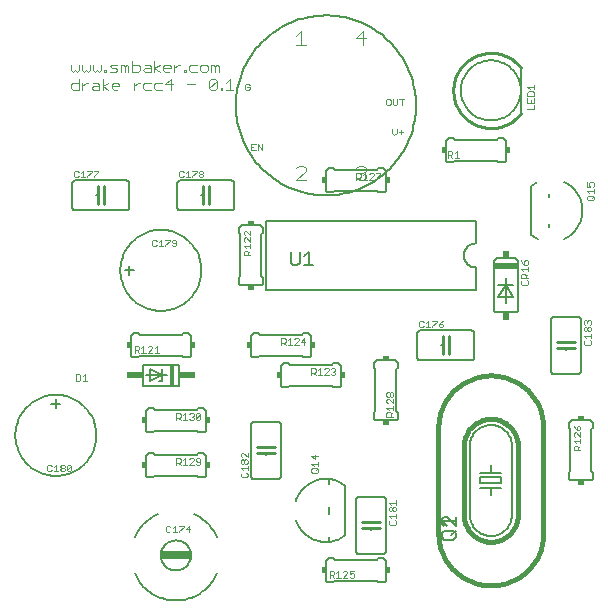
<source format=gto>
G75*
%MOIN*%
%OFA0B0*%
%FSLAX24Y24*%
%IPPOS*%
%LPD*%
%AMOC8*
5,1,8,0,0,1.08239X$1,22.5*
%
%ADD10C,0.0020*%
%ADD11C,0.0030*%
%ADD12C,0.0060*%
%ADD13R,0.1000X0.0200*%
%ADD14C,0.0100*%
%ADD15R,0.0800X0.0200*%
%ADD16R,0.0200X0.0250*%
%ADD17R,0.0150X0.0700*%
%ADD18R,0.0550X0.0200*%
%ADD19C,0.0050*%
%ADD20R,0.0200X0.0150*%
%ADD21R,0.0150X0.0200*%
%ADD22C,0.0040*%
%ADD23C,0.0160*%
%ADD24C,0.0080*%
D10*
X002427Y004990D02*
X002500Y004990D01*
X002537Y005027D01*
X002611Y004990D02*
X002758Y004990D01*
X002684Y004990D02*
X002684Y005210D01*
X002611Y005137D01*
X002537Y005173D02*
X002500Y005210D01*
X002427Y005210D01*
X002390Y005173D01*
X002390Y005027D01*
X002427Y004990D01*
X002832Y005027D02*
X002869Y004990D01*
X002942Y004990D01*
X002979Y005027D01*
X002979Y005063D01*
X002942Y005100D01*
X002869Y005100D01*
X002832Y005137D01*
X002832Y005173D01*
X002869Y005210D01*
X002942Y005210D01*
X002979Y005173D01*
X002979Y005137D01*
X002942Y005100D01*
X002869Y005100D02*
X002832Y005063D01*
X002832Y005027D01*
X003053Y005027D02*
X003090Y004990D01*
X003163Y004990D01*
X003200Y005027D01*
X003200Y005173D01*
X003053Y005027D01*
X003053Y005173D01*
X003090Y005210D01*
X003163Y005210D01*
X003200Y005173D01*
X003348Y008000D02*
X003458Y008000D01*
X003495Y008037D01*
X003495Y008183D01*
X003458Y008220D01*
X003348Y008220D01*
X003348Y008000D01*
X003569Y008000D02*
X003716Y008000D01*
X003642Y008000D02*
X003642Y008220D01*
X003569Y008147D01*
X005306Y008940D02*
X005306Y009160D01*
X005416Y009160D01*
X005453Y009123D01*
X005453Y009050D01*
X005416Y009013D01*
X005306Y009013D01*
X005379Y009013D02*
X005453Y008940D01*
X005527Y008940D02*
X005674Y008940D01*
X005600Y008940D02*
X005600Y009160D01*
X005527Y009087D01*
X005748Y009123D02*
X005785Y009160D01*
X005858Y009160D01*
X005895Y009123D01*
X005895Y009087D01*
X005748Y008940D01*
X005895Y008940D01*
X005969Y008940D02*
X006116Y008940D01*
X006042Y008940D02*
X006042Y009160D01*
X005969Y009087D01*
X006690Y006920D02*
X006800Y006920D01*
X006837Y006883D01*
X006837Y006810D01*
X006800Y006773D01*
X006690Y006773D01*
X006690Y006700D02*
X006690Y006920D01*
X006763Y006773D02*
X006837Y006700D01*
X006911Y006700D02*
X007058Y006700D01*
X006984Y006700D02*
X006984Y006920D01*
X006911Y006847D01*
X007132Y006883D02*
X007169Y006920D01*
X007242Y006920D01*
X007279Y006883D01*
X007279Y006847D01*
X007242Y006810D01*
X007279Y006773D01*
X007279Y006737D01*
X007242Y006700D01*
X007169Y006700D01*
X007132Y006737D01*
X007205Y006810D02*
X007242Y006810D01*
X007353Y006737D02*
X007500Y006883D01*
X007500Y006737D01*
X007463Y006700D01*
X007390Y006700D01*
X007353Y006737D01*
X007353Y006883D01*
X007390Y006920D01*
X007463Y006920D01*
X007500Y006883D01*
X008850Y005563D02*
X008850Y005490D01*
X008887Y005453D01*
X008887Y005379D02*
X008850Y005342D01*
X008850Y005269D01*
X008887Y005232D01*
X008923Y005232D01*
X008960Y005269D01*
X008960Y005342D01*
X008997Y005379D01*
X009033Y005379D01*
X009070Y005342D01*
X009070Y005269D01*
X009033Y005232D01*
X008997Y005232D01*
X008960Y005269D01*
X008960Y005342D02*
X008923Y005379D01*
X008887Y005379D01*
X008850Y005563D02*
X008887Y005600D01*
X008923Y005600D01*
X009070Y005453D01*
X009070Y005600D01*
X009070Y005158D02*
X009070Y005011D01*
X009070Y005084D02*
X008850Y005084D01*
X008923Y005011D01*
X008887Y004937D02*
X008850Y004900D01*
X008850Y004827D01*
X008887Y004790D01*
X009033Y004790D01*
X009070Y004827D01*
X009070Y004900D01*
X009033Y004937D01*
X007500Y005237D02*
X007500Y005383D01*
X007463Y005420D01*
X007390Y005420D01*
X007353Y005383D01*
X007353Y005347D01*
X007390Y005310D01*
X007500Y005310D01*
X007500Y005237D02*
X007463Y005200D01*
X007390Y005200D01*
X007353Y005237D01*
X007279Y005200D02*
X007132Y005200D01*
X007279Y005347D01*
X007279Y005383D01*
X007242Y005420D01*
X007169Y005420D01*
X007132Y005383D01*
X006984Y005420D02*
X006984Y005200D01*
X006911Y005200D02*
X007058Y005200D01*
X006911Y005347D02*
X006984Y005420D01*
X006837Y005383D02*
X006837Y005310D01*
X006800Y005273D01*
X006690Y005273D01*
X006690Y005200D02*
X006690Y005420D01*
X006800Y005420D01*
X006837Y005383D01*
X006763Y005273D02*
X006837Y005200D01*
X006791Y003169D02*
X006938Y003169D01*
X006938Y003133D01*
X006791Y002986D01*
X006791Y002949D01*
X006717Y002949D02*
X006570Y002949D01*
X006644Y002949D02*
X006644Y003169D01*
X006570Y003096D01*
X006496Y003133D02*
X006459Y003169D01*
X006386Y003169D01*
X006349Y003133D01*
X006349Y002986D01*
X006386Y002949D01*
X006459Y002949D01*
X006496Y002986D01*
X007012Y003059D02*
X007159Y003059D01*
X007122Y002949D02*
X007122Y003169D01*
X007012Y003059D01*
X011200Y004977D02*
X011200Y005050D01*
X011237Y005087D01*
X011383Y005087D01*
X011420Y005050D01*
X011420Y004977D01*
X011383Y004940D01*
X011237Y004940D01*
X011200Y004977D01*
X011347Y005013D02*
X011420Y005087D01*
X011420Y005161D02*
X011420Y005308D01*
X011420Y005234D02*
X011200Y005234D01*
X011273Y005161D01*
X011310Y005382D02*
X011310Y005529D01*
X011420Y005492D02*
X011200Y005492D01*
X011310Y005382D01*
X013700Y006806D02*
X013700Y006916D01*
X013737Y006953D01*
X013810Y006953D01*
X013847Y006916D01*
X013847Y006806D01*
X013920Y006806D02*
X013700Y006806D01*
X013847Y006879D02*
X013920Y006953D01*
X013920Y007027D02*
X013920Y007174D01*
X013920Y007100D02*
X013700Y007100D01*
X013773Y007027D01*
X013737Y007248D02*
X013700Y007285D01*
X013700Y007358D01*
X013737Y007395D01*
X013773Y007395D01*
X013920Y007248D01*
X013920Y007395D01*
X013883Y007469D02*
X013847Y007469D01*
X013810Y007506D01*
X013810Y007579D01*
X013847Y007616D01*
X013883Y007616D01*
X013920Y007579D01*
X013920Y007506D01*
X013883Y007469D01*
X013810Y007506D02*
X013773Y007469D01*
X013737Y007469D01*
X013700Y007506D01*
X013700Y007579D01*
X013737Y007616D01*
X013773Y007616D01*
X013810Y007579D01*
X012000Y008237D02*
X011963Y008200D01*
X011890Y008200D01*
X011853Y008237D01*
X011779Y008200D02*
X011632Y008200D01*
X011779Y008347D01*
X011779Y008383D01*
X011742Y008420D01*
X011669Y008420D01*
X011632Y008383D01*
X011484Y008420D02*
X011484Y008200D01*
X011411Y008200D02*
X011558Y008200D01*
X011411Y008347D02*
X011484Y008420D01*
X011337Y008383D02*
X011337Y008310D01*
X011300Y008273D01*
X011190Y008273D01*
X011190Y008200D02*
X011190Y008420D01*
X011300Y008420D01*
X011337Y008383D01*
X011263Y008273D02*
X011337Y008200D01*
X011853Y008383D02*
X011890Y008420D01*
X011963Y008420D01*
X012000Y008383D01*
X012000Y008347D01*
X011963Y008310D01*
X012000Y008273D01*
X012000Y008237D01*
X011963Y008310D02*
X011926Y008310D01*
X010963Y009200D02*
X010963Y009420D01*
X010853Y009310D01*
X011000Y009310D01*
X010779Y009347D02*
X010779Y009383D01*
X010742Y009420D01*
X010669Y009420D01*
X010632Y009383D01*
X010779Y009347D02*
X010632Y009200D01*
X010779Y009200D01*
X010558Y009200D02*
X010411Y009200D01*
X010484Y009200D02*
X010484Y009420D01*
X010411Y009347D01*
X010337Y009383D02*
X010337Y009310D01*
X010300Y009273D01*
X010190Y009273D01*
X010190Y009200D02*
X010190Y009420D01*
X010300Y009420D01*
X010337Y009383D01*
X010263Y009273D02*
X010337Y009200D01*
X009160Y012190D02*
X008940Y012190D01*
X008940Y012300D01*
X008977Y012337D01*
X009050Y012337D01*
X009087Y012300D01*
X009087Y012190D01*
X009087Y012263D02*
X009160Y012337D01*
X009160Y012411D02*
X009160Y012558D01*
X009160Y012484D02*
X008940Y012484D01*
X009013Y012411D01*
X008977Y012632D02*
X008940Y012669D01*
X008940Y012742D01*
X008977Y012779D01*
X009013Y012779D01*
X009160Y012632D01*
X009160Y012779D01*
X009160Y012853D02*
X009013Y013000D01*
X008977Y013000D01*
X008940Y012963D01*
X008940Y012890D01*
X008977Y012853D01*
X009160Y012853D02*
X009160Y013000D01*
X007563Y014790D02*
X007490Y014790D01*
X007453Y014827D01*
X007453Y014863D01*
X007490Y014900D01*
X007563Y014900D01*
X007600Y014863D01*
X007600Y014827D01*
X007563Y014790D01*
X007563Y014900D02*
X007600Y014937D01*
X007600Y014973D01*
X007563Y015010D01*
X007490Y015010D01*
X007453Y014973D01*
X007453Y014937D01*
X007490Y014900D01*
X007379Y014973D02*
X007232Y014827D01*
X007232Y014790D01*
X007158Y014790D02*
X007011Y014790D01*
X007084Y014790D02*
X007084Y015010D01*
X007011Y014937D01*
X006937Y014973D02*
X006900Y015010D01*
X006827Y015010D01*
X006790Y014973D01*
X006790Y014827D01*
X006827Y014790D01*
X006900Y014790D01*
X006937Y014827D01*
X007232Y015010D02*
X007379Y015010D01*
X007379Y014973D01*
X009190Y015690D02*
X009337Y015690D01*
X009411Y015690D02*
X009411Y015910D01*
X009558Y015690D01*
X009558Y015910D01*
X009337Y015910D02*
X009190Y015910D01*
X009190Y015690D01*
X009190Y015800D02*
X009263Y015800D01*
X009100Y017690D02*
X009137Y017727D01*
X009137Y017800D01*
X009063Y017800D01*
X008990Y017873D02*
X008990Y017727D01*
X009027Y017690D01*
X009100Y017690D01*
X009137Y017873D02*
X009100Y017910D01*
X009027Y017910D01*
X008990Y017873D01*
X012690Y014920D02*
X012690Y014700D01*
X012690Y014773D02*
X012800Y014773D01*
X012837Y014810D01*
X012837Y014883D01*
X012800Y014920D01*
X012690Y014920D01*
X012763Y014773D02*
X012837Y014700D01*
X012911Y014700D02*
X013058Y014700D01*
X012984Y014700D02*
X012984Y014920D01*
X012911Y014847D01*
X013132Y014883D02*
X013169Y014920D01*
X013242Y014920D01*
X013279Y014883D01*
X013279Y014847D01*
X013132Y014700D01*
X013279Y014700D01*
X013353Y014700D02*
X013353Y014737D01*
X013500Y014883D01*
X013500Y014920D01*
X013353Y014920D01*
X013963Y016190D02*
X014037Y016263D01*
X014037Y016410D01*
X014111Y016300D02*
X014258Y016300D01*
X014184Y016373D02*
X014184Y016227D01*
X013963Y016190D02*
X013890Y016263D01*
X013890Y016410D01*
X013948Y017190D02*
X014021Y017190D01*
X014058Y017227D01*
X014058Y017410D01*
X014132Y017410D02*
X014279Y017410D01*
X014205Y017410D02*
X014205Y017190D01*
X013948Y017190D02*
X013911Y017227D01*
X013911Y017410D01*
X013837Y017373D02*
X013800Y017410D01*
X013727Y017410D01*
X013690Y017373D01*
X013690Y017227D01*
X013727Y017190D01*
X013800Y017190D01*
X013837Y017227D01*
X013837Y017373D01*
X015748Y015660D02*
X015858Y015660D01*
X015895Y015623D01*
X015895Y015550D01*
X015858Y015513D01*
X015748Y015513D01*
X015748Y015440D02*
X015748Y015660D01*
X015821Y015513D02*
X015895Y015440D01*
X015969Y015440D02*
X016116Y015440D01*
X016042Y015440D02*
X016042Y015660D01*
X015969Y015587D01*
X018400Y017056D02*
X018620Y017056D01*
X018620Y017203D01*
X018620Y017277D02*
X018620Y017424D01*
X018620Y017498D02*
X018620Y017608D01*
X018583Y017645D01*
X018437Y017645D01*
X018400Y017608D01*
X018400Y017498D01*
X018620Y017498D01*
X018510Y017350D02*
X018510Y017277D01*
X018400Y017277D02*
X018620Y017277D01*
X018400Y017277D02*
X018400Y017424D01*
X018473Y017719D02*
X018400Y017792D01*
X018620Y017792D01*
X018620Y017719D02*
X018620Y017866D01*
X020390Y014616D02*
X020390Y014469D01*
X020500Y014469D01*
X020463Y014542D01*
X020463Y014579D01*
X020500Y014616D01*
X020573Y014616D01*
X020610Y014579D01*
X020610Y014506D01*
X020573Y014469D01*
X020610Y014395D02*
X020610Y014248D01*
X020610Y014321D02*
X020390Y014321D01*
X020463Y014248D01*
X020427Y014174D02*
X020573Y014174D01*
X020610Y014137D01*
X020610Y014064D01*
X020573Y014027D01*
X020427Y014027D01*
X020390Y014064D01*
X020390Y014137D01*
X020427Y014174D01*
X020537Y014100D02*
X020610Y014174D01*
X018410Y011979D02*
X018373Y012016D01*
X018337Y012016D01*
X018300Y011979D01*
X018300Y011869D01*
X018373Y011869D01*
X018410Y011906D01*
X018410Y011979D01*
X018300Y011869D02*
X018227Y011942D01*
X018190Y012016D01*
X018190Y011721D02*
X018410Y011721D01*
X018410Y011648D02*
X018410Y011795D01*
X018263Y011648D02*
X018190Y011721D01*
X018227Y011574D02*
X018190Y011537D01*
X018190Y011427D01*
X018410Y011427D01*
X018337Y011427D02*
X018337Y011537D01*
X018300Y011574D01*
X018227Y011574D01*
X018337Y011500D02*
X018410Y011574D01*
X018373Y011353D02*
X018410Y011316D01*
X018410Y011243D01*
X018373Y011206D01*
X018227Y011206D01*
X018190Y011243D01*
X018190Y011316D01*
X018227Y011353D01*
X020290Y009979D02*
X020327Y010016D01*
X020363Y010016D01*
X020400Y009979D01*
X020437Y010016D01*
X020473Y010016D01*
X020510Y009979D01*
X020510Y009906D01*
X020473Y009869D01*
X020473Y009795D02*
X020510Y009758D01*
X020510Y009685D01*
X020473Y009648D01*
X020437Y009648D01*
X020400Y009685D01*
X020400Y009758D01*
X020437Y009795D01*
X020473Y009795D01*
X020400Y009758D02*
X020363Y009795D01*
X020327Y009795D01*
X020290Y009758D01*
X020290Y009685D01*
X020327Y009648D01*
X020363Y009648D01*
X020400Y009685D01*
X020510Y009574D02*
X020510Y009427D01*
X020510Y009500D02*
X020290Y009500D01*
X020363Y009427D01*
X020327Y009353D02*
X020290Y009316D01*
X020290Y009243D01*
X020327Y009206D01*
X020473Y009206D01*
X020510Y009243D01*
X020510Y009316D01*
X020473Y009353D01*
X020327Y009869D02*
X020290Y009906D01*
X020290Y009979D01*
X020400Y009979D02*
X020400Y009942D01*
X020123Y006500D02*
X020087Y006500D01*
X020050Y006463D01*
X020050Y006353D01*
X020123Y006353D01*
X020160Y006390D01*
X020160Y006463D01*
X020123Y006500D01*
X019977Y006426D02*
X020050Y006353D01*
X020013Y006279D02*
X019977Y006279D01*
X019940Y006242D01*
X019940Y006169D01*
X019977Y006132D01*
X020013Y006279D02*
X020160Y006132D01*
X020160Y006279D01*
X020160Y006058D02*
X020160Y005911D01*
X020160Y005984D02*
X019940Y005984D01*
X020013Y005911D01*
X019977Y005837D02*
X020050Y005837D01*
X020087Y005800D01*
X020087Y005690D01*
X020160Y005690D02*
X019940Y005690D01*
X019940Y005800D01*
X019977Y005837D01*
X020087Y005763D02*
X020160Y005837D01*
X019977Y006426D02*
X019940Y006500D01*
X015600Y009827D02*
X015563Y009790D01*
X015490Y009790D01*
X015453Y009827D01*
X015453Y009900D01*
X015563Y009900D01*
X015600Y009863D01*
X015600Y009827D01*
X015526Y009973D02*
X015453Y009900D01*
X015526Y009973D02*
X015600Y010010D01*
X015379Y010010D02*
X015379Y009973D01*
X015232Y009827D01*
X015232Y009790D01*
X015158Y009790D02*
X015011Y009790D01*
X015084Y009790D02*
X015084Y010010D01*
X015011Y009937D01*
X014937Y009973D02*
X014900Y010010D01*
X014827Y010010D01*
X014790Y009973D01*
X014790Y009827D01*
X014827Y009790D01*
X014900Y009790D01*
X014937Y009827D01*
X015232Y010010D02*
X015379Y010010D01*
X014010Y004016D02*
X014010Y003869D01*
X014010Y003942D02*
X013790Y003942D01*
X013863Y003869D01*
X013863Y003795D02*
X013900Y003758D01*
X013900Y003685D01*
X013863Y003648D01*
X013827Y003648D01*
X013790Y003685D01*
X013790Y003758D01*
X013827Y003795D01*
X013863Y003795D01*
X013900Y003758D02*
X013937Y003795D01*
X013973Y003795D01*
X014010Y003758D01*
X014010Y003685D01*
X013973Y003648D01*
X013937Y003648D01*
X013900Y003685D01*
X014010Y003574D02*
X014010Y003427D01*
X014010Y003500D02*
X013790Y003500D01*
X013863Y003427D01*
X013827Y003353D02*
X013790Y003316D01*
X013790Y003243D01*
X013827Y003206D01*
X013973Y003206D01*
X014010Y003243D01*
X014010Y003316D01*
X013973Y003353D01*
X012616Y001660D02*
X012469Y001660D01*
X012469Y001550D01*
X012542Y001587D01*
X012579Y001587D01*
X012616Y001550D01*
X012616Y001477D01*
X012579Y001440D01*
X012506Y001440D01*
X012469Y001477D01*
X012395Y001440D02*
X012248Y001440D01*
X012395Y001587D01*
X012395Y001623D01*
X012358Y001660D01*
X012285Y001660D01*
X012248Y001623D01*
X012100Y001660D02*
X012100Y001440D01*
X012027Y001440D02*
X012174Y001440D01*
X012027Y001587D02*
X012100Y001660D01*
X011953Y001623D02*
X011953Y001550D01*
X011916Y001513D01*
X011806Y001513D01*
X011806Y001440D02*
X011806Y001660D01*
X011916Y001660D01*
X011953Y001623D01*
X011879Y001513D02*
X011953Y001440D01*
X006663Y012490D02*
X006700Y012527D01*
X006700Y012673D01*
X006663Y012710D01*
X006590Y012710D01*
X006553Y012673D01*
X006553Y012637D01*
X006590Y012600D01*
X006700Y012600D01*
X006663Y012490D02*
X006590Y012490D01*
X006553Y012527D01*
X006479Y012673D02*
X006332Y012527D01*
X006332Y012490D01*
X006258Y012490D02*
X006111Y012490D01*
X006184Y012490D02*
X006184Y012710D01*
X006111Y012637D01*
X006037Y012673D02*
X006000Y012710D01*
X005927Y012710D01*
X005890Y012673D01*
X005890Y012527D01*
X005927Y012490D01*
X006000Y012490D01*
X006037Y012527D01*
X006332Y012710D02*
X006479Y012710D01*
X006479Y012673D01*
X003953Y014790D02*
X003953Y014827D01*
X004100Y014973D01*
X004100Y015010D01*
X003953Y015010D01*
X003879Y015010D02*
X003879Y014973D01*
X003732Y014827D01*
X003732Y014790D01*
X003658Y014790D02*
X003511Y014790D01*
X003584Y014790D02*
X003584Y015010D01*
X003511Y014937D01*
X003437Y014973D02*
X003400Y015010D01*
X003327Y015010D01*
X003290Y014973D01*
X003290Y014827D01*
X003327Y014790D01*
X003400Y014790D01*
X003437Y014827D01*
X003732Y015010D02*
X003879Y015010D01*
D11*
X003932Y017695D02*
X003870Y017757D01*
X003932Y017818D01*
X004117Y017818D01*
X004117Y017880D02*
X004117Y017695D01*
X003932Y017695D01*
X004117Y017880D02*
X004055Y017942D01*
X003932Y017942D01*
X003748Y017942D02*
X003687Y017942D01*
X003563Y017818D01*
X003563Y017695D02*
X003563Y017942D01*
X003442Y017942D02*
X003257Y017942D01*
X003195Y017880D01*
X003195Y017757D01*
X003257Y017695D01*
X003442Y017695D01*
X003442Y018065D01*
X003380Y018295D02*
X003442Y018357D01*
X003442Y018542D01*
X003563Y018542D02*
X003563Y018357D01*
X003625Y018295D01*
X003687Y018357D01*
X003748Y018295D01*
X003810Y018357D01*
X003810Y018542D01*
X003932Y018542D02*
X003932Y018357D01*
X003993Y018295D01*
X004055Y018357D01*
X004117Y018295D01*
X004179Y018357D01*
X004179Y018542D01*
X004300Y018357D02*
X004362Y018357D01*
X004362Y018295D01*
X004300Y018295D01*
X004300Y018357D01*
X004484Y018295D02*
X004669Y018295D01*
X004731Y018357D01*
X004669Y018418D01*
X004546Y018418D01*
X004484Y018480D01*
X004546Y018542D01*
X004731Y018542D01*
X004852Y018542D02*
X004914Y018542D01*
X004976Y018480D01*
X005038Y018542D01*
X005099Y018480D01*
X005099Y018295D01*
X005221Y018295D02*
X005406Y018295D01*
X005468Y018357D01*
X005468Y018480D01*
X005406Y018542D01*
X005221Y018542D01*
X005221Y018665D02*
X005221Y018295D01*
X004976Y018295D02*
X004976Y018480D01*
X004852Y018542D02*
X004852Y018295D01*
X004731Y017942D02*
X004607Y017942D01*
X004545Y017880D01*
X004545Y017757D01*
X004607Y017695D01*
X004731Y017695D01*
X004792Y017818D02*
X004545Y017818D01*
X004424Y017695D02*
X004239Y017818D01*
X004424Y017942D01*
X004239Y018065D02*
X004239Y017695D01*
X004731Y017942D02*
X004792Y017880D01*
X004792Y017818D01*
X005282Y017818D02*
X005406Y017942D01*
X005467Y017942D01*
X005589Y017880D02*
X005589Y017757D01*
X005651Y017695D01*
X005836Y017695D01*
X005957Y017757D02*
X006019Y017695D01*
X006204Y017695D01*
X006326Y017880D02*
X006573Y017880D01*
X006511Y017695D02*
X006511Y018065D01*
X006326Y017880D01*
X006204Y017942D02*
X006019Y017942D01*
X005957Y017880D01*
X005957Y017757D01*
X005836Y017942D02*
X005651Y017942D01*
X005589Y017880D01*
X005282Y017942D02*
X005282Y017695D01*
X005651Y018295D02*
X005589Y018357D01*
X005651Y018418D01*
X005836Y018418D01*
X005836Y018480D02*
X005836Y018295D01*
X005651Y018295D01*
X005651Y018542D02*
X005774Y018542D01*
X005836Y018480D01*
X005957Y018418D02*
X006143Y018542D01*
X006264Y018480D02*
X006326Y018542D01*
X006449Y018542D01*
X006511Y018480D01*
X006511Y018418D01*
X006264Y018418D01*
X006264Y018357D02*
X006264Y018480D01*
X006264Y018357D02*
X006326Y018295D01*
X006449Y018295D01*
X006633Y018295D02*
X006633Y018542D01*
X006756Y018542D02*
X006818Y018542D01*
X006756Y018542D02*
X006633Y018418D01*
X006940Y018357D02*
X007001Y018357D01*
X007001Y018295D01*
X006940Y018295D01*
X006940Y018357D01*
X007124Y018357D02*
X007185Y018295D01*
X007371Y018295D01*
X007492Y018357D02*
X007492Y018480D01*
X007554Y018542D01*
X007677Y018542D01*
X007739Y018480D01*
X007739Y018357D01*
X007677Y018295D01*
X007554Y018295D01*
X007492Y018357D01*
X007371Y018542D02*
X007185Y018542D01*
X007124Y018480D01*
X007124Y018357D01*
X007062Y017880D02*
X007309Y017880D01*
X007799Y017757D02*
X007861Y017695D01*
X007984Y017695D01*
X008046Y017757D01*
X008046Y018004D01*
X007799Y017757D01*
X007799Y018004D01*
X007861Y018065D01*
X007984Y018065D01*
X008046Y018004D01*
X008167Y017757D02*
X008229Y017757D01*
X008229Y017695D01*
X008167Y017695D01*
X008167Y017757D01*
X008351Y017695D02*
X008598Y017695D01*
X008475Y017695D02*
X008475Y018065D01*
X008351Y017942D01*
X008107Y018295D02*
X008107Y018480D01*
X008045Y018542D01*
X007984Y018480D01*
X007984Y018295D01*
X007860Y018295D02*
X007860Y018542D01*
X007922Y018542D01*
X007984Y018480D01*
X006143Y018295D02*
X005957Y018418D01*
X005957Y018295D02*
X005957Y018665D01*
X003380Y018295D02*
X003318Y018357D01*
X003257Y018295D01*
X003195Y018357D01*
X003195Y018542D01*
D12*
X003330Y014680D02*
X005030Y014680D01*
X005047Y014678D01*
X005064Y014674D01*
X005080Y014667D01*
X005094Y014657D01*
X005107Y014644D01*
X005117Y014630D01*
X005124Y014614D01*
X005128Y014597D01*
X005130Y014580D01*
X005130Y013780D01*
X005128Y013763D01*
X005124Y013746D01*
X005117Y013730D01*
X005107Y013716D01*
X005094Y013703D01*
X005080Y013693D01*
X005064Y013686D01*
X005047Y013682D01*
X005030Y013680D01*
X003330Y013680D01*
X003313Y013682D01*
X003296Y013686D01*
X003280Y013693D01*
X003266Y013703D01*
X003253Y013716D01*
X003243Y013730D01*
X003236Y013746D01*
X003232Y013763D01*
X003230Y013780D01*
X003230Y014580D01*
X003232Y014597D01*
X003236Y014614D01*
X003243Y014630D01*
X003253Y014644D01*
X003266Y014657D01*
X003280Y014667D01*
X003296Y014674D01*
X003313Y014678D01*
X003330Y014680D01*
X004030Y014180D02*
X004080Y014180D01*
X004280Y014180D02*
X004330Y014180D01*
X006730Y013780D02*
X006730Y014580D01*
X006732Y014597D01*
X006736Y014614D01*
X006743Y014630D01*
X006753Y014644D01*
X006766Y014657D01*
X006780Y014667D01*
X006796Y014674D01*
X006813Y014678D01*
X006830Y014680D01*
X008530Y014680D01*
X008547Y014678D01*
X008564Y014674D01*
X008580Y014667D01*
X008594Y014657D01*
X008607Y014644D01*
X008617Y014630D01*
X008624Y014614D01*
X008628Y014597D01*
X008630Y014580D01*
X008630Y013780D01*
X008628Y013763D01*
X008624Y013746D01*
X008617Y013730D01*
X008607Y013716D01*
X008594Y013703D01*
X008580Y013693D01*
X008564Y013686D01*
X008547Y013682D01*
X008530Y013680D01*
X006830Y013680D01*
X006813Y013682D01*
X006796Y013686D01*
X006780Y013693D01*
X006766Y013703D01*
X006753Y013716D01*
X006743Y013730D01*
X006736Y013746D01*
X006732Y013763D01*
X006730Y013780D01*
X007530Y014180D02*
X007580Y014180D01*
X007780Y014180D02*
X007830Y014180D01*
X008880Y013180D02*
X009480Y013180D01*
X009497Y013178D01*
X009514Y013174D01*
X009530Y013167D01*
X009544Y013157D01*
X009557Y013144D01*
X009567Y013130D01*
X009574Y013114D01*
X009578Y013097D01*
X009580Y013080D01*
X009580Y012930D01*
X009530Y012880D01*
X009530Y011480D01*
X009580Y011430D01*
X009580Y011280D01*
X009578Y011263D01*
X009574Y011246D01*
X009567Y011230D01*
X009557Y011216D01*
X009544Y011203D01*
X009530Y011193D01*
X009514Y011186D01*
X009497Y011182D01*
X009480Y011180D01*
X008880Y011180D01*
X008863Y011182D01*
X008846Y011186D01*
X008830Y011193D01*
X008816Y011203D01*
X008803Y011216D01*
X008793Y011230D01*
X008786Y011246D01*
X008782Y011263D01*
X008780Y011280D01*
X008780Y011430D01*
X008830Y011480D01*
X008830Y012880D01*
X008780Y012930D01*
X008780Y013080D01*
X008782Y013097D01*
X008786Y013114D01*
X008793Y013130D01*
X008803Y013144D01*
X008816Y013157D01*
X008830Y013167D01*
X008846Y013174D01*
X008863Y013178D01*
X008880Y013180D01*
X009680Y013330D02*
X009680Y011030D01*
X016680Y011030D01*
X016680Y011780D01*
X016641Y011782D01*
X016602Y011788D01*
X016564Y011797D01*
X016527Y011810D01*
X016491Y011827D01*
X016458Y011847D01*
X016426Y011871D01*
X016397Y011897D01*
X016371Y011926D01*
X016347Y011958D01*
X016327Y011991D01*
X016310Y012027D01*
X016297Y012064D01*
X016288Y012102D01*
X016282Y012141D01*
X016280Y012180D01*
X016282Y012219D01*
X016288Y012258D01*
X016297Y012296D01*
X016310Y012333D01*
X016327Y012369D01*
X016347Y012402D01*
X016371Y012434D01*
X016397Y012463D01*
X016426Y012489D01*
X016458Y012513D01*
X016491Y012533D01*
X016527Y012550D01*
X016564Y012563D01*
X016602Y012572D01*
X016641Y012578D01*
X016680Y012580D01*
X016680Y013330D01*
X009680Y013330D01*
X011680Y014380D02*
X011680Y014980D01*
X011682Y014997D01*
X011686Y015014D01*
X011693Y015030D01*
X011703Y015044D01*
X011716Y015057D01*
X011730Y015067D01*
X011746Y015074D01*
X011763Y015078D01*
X011780Y015080D01*
X011930Y015080D01*
X011980Y015030D01*
X013380Y015030D01*
X013430Y015080D01*
X013580Y015080D01*
X013597Y015078D01*
X013614Y015074D01*
X013630Y015067D01*
X013644Y015057D01*
X013657Y015044D01*
X013667Y015030D01*
X013674Y015014D01*
X013678Y014997D01*
X013680Y014980D01*
X013680Y014380D01*
X013678Y014363D01*
X013674Y014346D01*
X013667Y014330D01*
X013657Y014316D01*
X013644Y014303D01*
X013630Y014293D01*
X013614Y014286D01*
X013597Y014282D01*
X013580Y014280D01*
X013430Y014280D01*
X013380Y014330D01*
X011980Y014330D01*
X011930Y014280D01*
X011780Y014280D01*
X011763Y014282D01*
X011746Y014286D01*
X011730Y014293D01*
X011716Y014303D01*
X011703Y014316D01*
X011693Y014330D01*
X011686Y014346D01*
X011682Y014363D01*
X011680Y014380D01*
X015680Y015380D02*
X015680Y015980D01*
X015682Y015997D01*
X015686Y016014D01*
X015693Y016030D01*
X015703Y016044D01*
X015716Y016057D01*
X015730Y016067D01*
X015746Y016074D01*
X015763Y016078D01*
X015780Y016080D01*
X015930Y016080D01*
X015980Y016030D01*
X017380Y016030D01*
X017430Y016080D01*
X017580Y016080D01*
X017597Y016078D01*
X017614Y016074D01*
X017630Y016067D01*
X017644Y016057D01*
X017657Y016044D01*
X017667Y016030D01*
X017674Y016014D01*
X017678Y015997D01*
X017680Y015980D01*
X017680Y015380D01*
X017678Y015363D01*
X017674Y015346D01*
X017667Y015330D01*
X017657Y015316D01*
X017644Y015303D01*
X017630Y015293D01*
X017614Y015286D01*
X017597Y015282D01*
X017580Y015280D01*
X017430Y015280D01*
X017380Y015330D01*
X015980Y015330D01*
X015930Y015280D01*
X015780Y015280D01*
X015763Y015282D01*
X015746Y015286D01*
X015730Y015293D01*
X015716Y015303D01*
X015703Y015316D01*
X015693Y015330D01*
X015686Y015346D01*
X015682Y015363D01*
X015680Y015380D01*
X016180Y017680D02*
X016182Y017743D01*
X016188Y017805D01*
X016198Y017867D01*
X016211Y017929D01*
X016229Y017989D01*
X016250Y018048D01*
X016275Y018106D01*
X016304Y018162D01*
X016336Y018216D01*
X016371Y018268D01*
X016409Y018317D01*
X016451Y018365D01*
X016495Y018409D01*
X016543Y018451D01*
X016592Y018489D01*
X016644Y018524D01*
X016698Y018556D01*
X016754Y018585D01*
X016812Y018610D01*
X016871Y018631D01*
X016931Y018649D01*
X016993Y018662D01*
X017055Y018672D01*
X017117Y018678D01*
X017180Y018680D01*
X017243Y018678D01*
X017305Y018672D01*
X017367Y018662D01*
X017429Y018649D01*
X017489Y018631D01*
X017548Y018610D01*
X017606Y018585D01*
X017662Y018556D01*
X017716Y018524D01*
X017768Y018489D01*
X017817Y018451D01*
X017865Y018409D01*
X017909Y018365D01*
X017951Y018317D01*
X017989Y018268D01*
X018024Y018216D01*
X018056Y018162D01*
X018085Y018106D01*
X018110Y018048D01*
X018131Y017989D01*
X018149Y017929D01*
X018162Y017867D01*
X018172Y017805D01*
X018178Y017743D01*
X018180Y017680D01*
X018178Y017617D01*
X018172Y017555D01*
X018162Y017493D01*
X018149Y017431D01*
X018131Y017371D01*
X018110Y017312D01*
X018085Y017254D01*
X018056Y017198D01*
X018024Y017144D01*
X017989Y017092D01*
X017951Y017043D01*
X017909Y016995D01*
X017865Y016951D01*
X017817Y016909D01*
X017768Y016871D01*
X017716Y016836D01*
X017662Y016804D01*
X017606Y016775D01*
X017548Y016750D01*
X017489Y016729D01*
X017429Y016711D01*
X017367Y016698D01*
X017305Y016688D01*
X017243Y016682D01*
X017180Y016680D01*
X017117Y016682D01*
X017055Y016688D01*
X016993Y016698D01*
X016931Y016711D01*
X016871Y016729D01*
X016812Y016750D01*
X016754Y016775D01*
X016698Y016804D01*
X016644Y016836D01*
X016592Y016871D01*
X016543Y016909D01*
X016495Y016951D01*
X016451Y016995D01*
X016409Y017043D01*
X016371Y017092D01*
X016336Y017144D01*
X016304Y017198D01*
X016275Y017254D01*
X016250Y017312D01*
X016229Y017371D01*
X016211Y017431D01*
X016198Y017493D01*
X016188Y017555D01*
X016182Y017617D01*
X016180Y017680D01*
X017380Y012080D02*
X017980Y012080D01*
X017997Y012078D01*
X018014Y012074D01*
X018030Y012067D01*
X018044Y012057D01*
X018057Y012044D01*
X018067Y012030D01*
X018074Y012014D01*
X018078Y011997D01*
X018080Y011980D01*
X018080Y010380D01*
X018078Y010363D01*
X018074Y010346D01*
X018067Y010330D01*
X018057Y010316D01*
X018044Y010303D01*
X018030Y010293D01*
X018014Y010286D01*
X017997Y010282D01*
X017980Y010280D01*
X017380Y010280D01*
X017363Y010282D01*
X017346Y010286D01*
X017330Y010293D01*
X017316Y010303D01*
X017303Y010316D01*
X017293Y010330D01*
X017286Y010346D01*
X017282Y010363D01*
X017280Y010380D01*
X017280Y011980D01*
X017282Y011997D01*
X017286Y012014D01*
X017293Y012030D01*
X017303Y012044D01*
X017316Y012057D01*
X017330Y012067D01*
X017346Y012074D01*
X017363Y012078D01*
X017380Y012080D01*
X017680Y011430D02*
X017680Y011180D01*
X017430Y011180D01*
X017680Y011180D02*
X017930Y011180D01*
X017680Y011180D02*
X017930Y010780D01*
X017430Y010780D01*
X017680Y011180D01*
X017680Y010580D01*
X016630Y009580D02*
X016630Y008780D01*
X016628Y008763D01*
X016624Y008746D01*
X016617Y008730D01*
X016607Y008716D01*
X016594Y008703D01*
X016580Y008693D01*
X016564Y008686D01*
X016547Y008682D01*
X016530Y008680D01*
X014830Y008680D01*
X014813Y008682D01*
X014796Y008686D01*
X014780Y008693D01*
X014766Y008703D01*
X014753Y008716D01*
X014743Y008730D01*
X014736Y008746D01*
X014732Y008763D01*
X014730Y008780D01*
X014730Y009580D01*
X014732Y009597D01*
X014736Y009614D01*
X014743Y009630D01*
X014753Y009644D01*
X014766Y009657D01*
X014780Y009667D01*
X014796Y009674D01*
X014813Y009678D01*
X014830Y009680D01*
X016530Y009680D01*
X016547Y009678D01*
X016564Y009674D01*
X016580Y009667D01*
X016594Y009657D01*
X016607Y009644D01*
X016617Y009630D01*
X016624Y009614D01*
X016628Y009597D01*
X016630Y009580D01*
X015830Y009180D02*
X015780Y009180D01*
X015580Y009180D02*
X015530Y009180D01*
X014080Y008580D02*
X014080Y008430D01*
X014030Y008380D01*
X014030Y006980D01*
X014080Y006930D01*
X014080Y006780D01*
X014078Y006763D01*
X014074Y006746D01*
X014067Y006730D01*
X014057Y006716D01*
X014044Y006703D01*
X014030Y006693D01*
X014014Y006686D01*
X013997Y006682D01*
X013980Y006680D01*
X013380Y006680D01*
X013363Y006682D01*
X013346Y006686D01*
X013330Y006693D01*
X013316Y006703D01*
X013303Y006716D01*
X013293Y006730D01*
X013286Y006746D01*
X013282Y006763D01*
X013280Y006780D01*
X013280Y006930D01*
X013330Y006980D01*
X013330Y008380D01*
X013280Y008430D01*
X013280Y008580D01*
X013282Y008597D01*
X013286Y008614D01*
X013293Y008630D01*
X013303Y008644D01*
X013316Y008657D01*
X013330Y008667D01*
X013346Y008674D01*
X013363Y008678D01*
X013380Y008680D01*
X013980Y008680D01*
X013997Y008678D01*
X014014Y008674D01*
X014030Y008667D01*
X014044Y008657D01*
X014057Y008644D01*
X014067Y008630D01*
X014074Y008614D01*
X014078Y008597D01*
X014080Y008580D01*
X012180Y008480D02*
X012180Y007880D01*
X012178Y007863D01*
X012174Y007846D01*
X012167Y007830D01*
X012157Y007816D01*
X012144Y007803D01*
X012130Y007793D01*
X012114Y007786D01*
X012097Y007782D01*
X012080Y007780D01*
X011930Y007780D01*
X011880Y007830D01*
X010480Y007830D01*
X010430Y007780D01*
X010280Y007780D01*
X010263Y007782D01*
X010246Y007786D01*
X010230Y007793D01*
X010216Y007803D01*
X010203Y007816D01*
X010193Y007830D01*
X010186Y007846D01*
X010182Y007863D01*
X010180Y007880D01*
X010180Y008480D01*
X010182Y008497D01*
X010186Y008514D01*
X010193Y008530D01*
X010203Y008544D01*
X010216Y008557D01*
X010230Y008567D01*
X010246Y008574D01*
X010263Y008578D01*
X010280Y008580D01*
X010430Y008580D01*
X010480Y008530D01*
X011880Y008530D01*
X011930Y008580D01*
X012080Y008580D01*
X012097Y008578D01*
X012114Y008574D01*
X012130Y008567D01*
X012144Y008557D01*
X012157Y008544D01*
X012167Y008530D01*
X012174Y008514D01*
X012178Y008497D01*
X012180Y008480D01*
X011180Y008880D02*
X011180Y009480D01*
X011178Y009497D01*
X011174Y009514D01*
X011167Y009530D01*
X011157Y009544D01*
X011144Y009557D01*
X011130Y009567D01*
X011114Y009574D01*
X011097Y009578D01*
X011080Y009580D01*
X010930Y009580D01*
X010880Y009530D01*
X009480Y009530D01*
X009430Y009580D01*
X009280Y009580D01*
X009263Y009578D01*
X009246Y009574D01*
X009230Y009567D01*
X009216Y009557D01*
X009203Y009544D01*
X009193Y009530D01*
X009186Y009514D01*
X009182Y009497D01*
X009180Y009480D01*
X009180Y008880D01*
X009182Y008863D01*
X009186Y008846D01*
X009193Y008830D01*
X009203Y008816D01*
X009216Y008803D01*
X009230Y008793D01*
X009246Y008786D01*
X009263Y008782D01*
X009280Y008780D01*
X009430Y008780D01*
X009480Y008830D01*
X010880Y008830D01*
X010930Y008780D01*
X011080Y008780D01*
X011097Y008782D01*
X011114Y008786D01*
X011130Y008793D01*
X011144Y008803D01*
X011157Y008816D01*
X011167Y008830D01*
X011174Y008846D01*
X011178Y008863D01*
X011180Y008880D01*
X010080Y006630D02*
X009280Y006630D01*
X009263Y006628D01*
X009246Y006624D01*
X009230Y006617D01*
X009216Y006607D01*
X009203Y006594D01*
X009193Y006580D01*
X009186Y006564D01*
X009182Y006547D01*
X009180Y006530D01*
X009180Y004830D01*
X009182Y004813D01*
X009186Y004796D01*
X009193Y004780D01*
X009203Y004766D01*
X009216Y004753D01*
X009230Y004743D01*
X009246Y004736D01*
X009263Y004732D01*
X009280Y004730D01*
X010080Y004730D01*
X010097Y004732D01*
X010114Y004736D01*
X010130Y004743D01*
X010144Y004753D01*
X010157Y004766D01*
X010167Y004780D01*
X010174Y004796D01*
X010178Y004813D01*
X010180Y004830D01*
X010180Y006530D01*
X010178Y006547D01*
X010174Y006564D01*
X010167Y006580D01*
X010157Y006594D01*
X010144Y006607D01*
X010130Y006617D01*
X010114Y006624D01*
X010097Y006628D01*
X010080Y006630D01*
X009680Y005830D02*
X009680Y005780D01*
X009680Y005580D02*
X009680Y005530D01*
X007680Y005480D02*
X007680Y004880D01*
X007678Y004863D01*
X007674Y004846D01*
X007667Y004830D01*
X007657Y004816D01*
X007644Y004803D01*
X007630Y004793D01*
X007614Y004786D01*
X007597Y004782D01*
X007580Y004780D01*
X007430Y004780D01*
X007380Y004830D01*
X005980Y004830D01*
X005930Y004780D01*
X005780Y004780D01*
X005763Y004782D01*
X005746Y004786D01*
X005730Y004793D01*
X005716Y004803D01*
X005703Y004816D01*
X005693Y004830D01*
X005686Y004846D01*
X005682Y004863D01*
X005680Y004880D01*
X005680Y005480D01*
X005682Y005497D01*
X005686Y005514D01*
X005693Y005530D01*
X005703Y005544D01*
X005716Y005557D01*
X005730Y005567D01*
X005746Y005574D01*
X005763Y005578D01*
X005780Y005580D01*
X005930Y005580D01*
X005980Y005530D01*
X007380Y005530D01*
X007430Y005580D01*
X007580Y005580D01*
X007597Y005578D01*
X007614Y005574D01*
X007630Y005567D01*
X007644Y005557D01*
X007657Y005544D01*
X007667Y005530D01*
X007674Y005514D01*
X007678Y005497D01*
X007680Y005480D01*
X007580Y006280D02*
X007430Y006280D01*
X007380Y006330D01*
X005980Y006330D01*
X005930Y006280D01*
X005780Y006280D01*
X005763Y006282D01*
X005746Y006286D01*
X005730Y006293D01*
X005716Y006303D01*
X005703Y006316D01*
X005693Y006330D01*
X005686Y006346D01*
X005682Y006363D01*
X005680Y006380D01*
X005680Y006980D01*
X005682Y006997D01*
X005686Y007014D01*
X005693Y007030D01*
X005703Y007044D01*
X005716Y007057D01*
X005730Y007067D01*
X005746Y007074D01*
X005763Y007078D01*
X005780Y007080D01*
X005930Y007080D01*
X005980Y007030D01*
X007380Y007030D01*
X007430Y007080D01*
X007580Y007080D01*
X007597Y007078D01*
X007614Y007074D01*
X007630Y007067D01*
X007644Y007057D01*
X007657Y007044D01*
X007667Y007030D01*
X007674Y007014D01*
X007678Y006997D01*
X007680Y006980D01*
X007680Y006380D01*
X007678Y006363D01*
X007674Y006346D01*
X007667Y006330D01*
X007657Y006316D01*
X007644Y006303D01*
X007630Y006293D01*
X007614Y006286D01*
X007597Y006282D01*
X007580Y006280D01*
X006780Y007830D02*
X006780Y008530D01*
X005580Y008530D01*
X005580Y007830D01*
X006780Y007830D01*
X006380Y008180D02*
X006230Y008180D01*
X006230Y007980D01*
X006130Y007980D01*
X006230Y008180D02*
X006230Y008380D01*
X006230Y008180D02*
X005830Y007980D01*
X005830Y008380D01*
X006230Y008180D01*
X005680Y008180D01*
X005430Y008780D02*
X005280Y008780D01*
X005263Y008782D01*
X005246Y008786D01*
X005230Y008793D01*
X005216Y008803D01*
X005203Y008816D01*
X005193Y008830D01*
X005186Y008846D01*
X005182Y008863D01*
X005180Y008880D01*
X005180Y009480D01*
X005182Y009497D01*
X005186Y009514D01*
X005193Y009530D01*
X005203Y009544D01*
X005216Y009557D01*
X005230Y009567D01*
X005246Y009574D01*
X005263Y009578D01*
X005280Y009580D01*
X005430Y009580D01*
X005480Y009530D01*
X006880Y009530D01*
X006930Y009580D01*
X007080Y009580D01*
X007097Y009578D01*
X007114Y009574D01*
X007130Y009567D01*
X007144Y009557D01*
X007157Y009544D01*
X007167Y009530D01*
X007174Y009514D01*
X007178Y009497D01*
X007180Y009480D01*
X007180Y008880D01*
X007178Y008863D01*
X007174Y008846D01*
X007167Y008830D01*
X007157Y008816D01*
X007144Y008803D01*
X007130Y008793D01*
X007114Y008786D01*
X007097Y008782D01*
X007080Y008780D01*
X006930Y008780D01*
X006880Y008830D01*
X005480Y008830D01*
X005430Y008780D01*
X002830Y007230D02*
X002530Y007230D01*
X002680Y007380D02*
X002680Y007080D01*
X001330Y006180D02*
X001332Y006253D01*
X001338Y006326D01*
X001348Y006398D01*
X001362Y006470D01*
X001379Y006541D01*
X001401Y006611D01*
X001426Y006680D01*
X001455Y006747D01*
X001487Y006812D01*
X001523Y006876D01*
X001563Y006938D01*
X001605Y006997D01*
X001651Y007054D01*
X001700Y007108D01*
X001752Y007160D01*
X001806Y007209D01*
X001863Y007255D01*
X001922Y007297D01*
X001984Y007337D01*
X002048Y007373D01*
X002113Y007405D01*
X002180Y007434D01*
X002249Y007459D01*
X002319Y007481D01*
X002390Y007498D01*
X002462Y007512D01*
X002534Y007522D01*
X002607Y007528D01*
X002680Y007530D01*
X002753Y007528D01*
X002826Y007522D01*
X002898Y007512D01*
X002970Y007498D01*
X003041Y007481D01*
X003111Y007459D01*
X003180Y007434D01*
X003247Y007405D01*
X003312Y007373D01*
X003376Y007337D01*
X003438Y007297D01*
X003497Y007255D01*
X003554Y007209D01*
X003608Y007160D01*
X003660Y007108D01*
X003709Y007054D01*
X003755Y006997D01*
X003797Y006938D01*
X003837Y006876D01*
X003873Y006812D01*
X003905Y006747D01*
X003934Y006680D01*
X003959Y006611D01*
X003981Y006541D01*
X003998Y006470D01*
X004012Y006398D01*
X004022Y006326D01*
X004028Y006253D01*
X004030Y006180D01*
X004028Y006107D01*
X004022Y006034D01*
X004012Y005962D01*
X003998Y005890D01*
X003981Y005819D01*
X003959Y005749D01*
X003934Y005680D01*
X003905Y005613D01*
X003873Y005548D01*
X003837Y005484D01*
X003797Y005422D01*
X003755Y005363D01*
X003709Y005306D01*
X003660Y005252D01*
X003608Y005200D01*
X003554Y005151D01*
X003497Y005105D01*
X003438Y005063D01*
X003376Y005023D01*
X003312Y004987D01*
X003247Y004955D01*
X003180Y004926D01*
X003111Y004901D01*
X003041Y004879D01*
X002970Y004862D01*
X002898Y004848D01*
X002826Y004838D01*
X002753Y004832D01*
X002680Y004830D01*
X002607Y004832D01*
X002534Y004838D01*
X002462Y004848D01*
X002390Y004862D01*
X002319Y004879D01*
X002249Y004901D01*
X002180Y004926D01*
X002113Y004955D01*
X002048Y004987D01*
X001984Y005023D01*
X001922Y005063D01*
X001863Y005105D01*
X001806Y005151D01*
X001752Y005200D01*
X001700Y005252D01*
X001651Y005306D01*
X001605Y005363D01*
X001563Y005422D01*
X001523Y005484D01*
X001487Y005548D01*
X001455Y005613D01*
X001426Y005680D01*
X001401Y005749D01*
X001379Y005819D01*
X001362Y005890D01*
X001348Y005962D01*
X001338Y006034D01*
X001332Y006107D01*
X001330Y006180D01*
X006190Y002280D02*
X007170Y002280D01*
X007170Y002080D02*
X006190Y002080D01*
X005305Y002779D02*
X005337Y002847D01*
X005372Y002914D01*
X005410Y002978D01*
X005451Y003040D01*
X005496Y003100D01*
X005543Y003158D01*
X005593Y003214D01*
X005646Y003267D01*
X005702Y003317D01*
X005760Y003364D01*
X005820Y003409D01*
X005882Y003450D01*
X005946Y003488D01*
X006013Y003523D01*
X006081Y003555D01*
X006180Y002180D02*
X006182Y002224D01*
X006188Y002268D01*
X006198Y002311D01*
X006211Y002353D01*
X006228Y002394D01*
X006249Y002433D01*
X006273Y002470D01*
X006300Y002505D01*
X006330Y002537D01*
X006363Y002567D01*
X006399Y002593D01*
X006436Y002617D01*
X006476Y002636D01*
X006517Y002653D01*
X006560Y002665D01*
X006603Y002674D01*
X006647Y002679D01*
X006691Y002680D01*
X006735Y002677D01*
X006779Y002670D01*
X006822Y002659D01*
X006864Y002645D01*
X006904Y002627D01*
X006943Y002605D01*
X006979Y002581D01*
X007013Y002553D01*
X007045Y002522D01*
X007074Y002488D01*
X007100Y002452D01*
X007122Y002414D01*
X007141Y002374D01*
X007156Y002332D01*
X007168Y002290D01*
X007176Y002246D01*
X007180Y002202D01*
X007180Y002158D01*
X007176Y002114D01*
X007168Y002070D01*
X007156Y002028D01*
X007141Y001986D01*
X007122Y001946D01*
X007100Y001908D01*
X007074Y001872D01*
X007045Y001838D01*
X007013Y001807D01*
X006979Y001779D01*
X006943Y001755D01*
X006904Y001733D01*
X006864Y001715D01*
X006822Y001701D01*
X006779Y001690D01*
X006735Y001683D01*
X006691Y001680D01*
X006647Y001681D01*
X006603Y001686D01*
X006560Y001695D01*
X006517Y001707D01*
X006476Y001724D01*
X006436Y001743D01*
X006399Y001767D01*
X006363Y001793D01*
X006330Y001823D01*
X006300Y001855D01*
X006273Y001890D01*
X006249Y001927D01*
X006228Y001966D01*
X006211Y002007D01*
X006198Y002049D01*
X006188Y002092D01*
X006182Y002136D01*
X006180Y002180D01*
X007279Y003555D02*
X007347Y003523D01*
X007414Y003488D01*
X007478Y003450D01*
X007540Y003409D01*
X007600Y003364D01*
X007658Y003317D01*
X007714Y003267D01*
X007767Y003214D01*
X007817Y003158D01*
X007864Y003100D01*
X007909Y003040D01*
X007950Y002978D01*
X007988Y002914D01*
X008023Y002847D01*
X008055Y002779D01*
X008055Y001581D02*
X008023Y001512D01*
X007988Y001445D01*
X007949Y001380D01*
X007907Y001317D01*
X007862Y001256D01*
X007814Y001198D01*
X007763Y001142D01*
X007709Y001089D01*
X007653Y001038D01*
X007594Y000991D01*
X007533Y000946D01*
X007470Y000905D01*
X007405Y000867D01*
X007338Y000832D01*
X007269Y000800D01*
X007198Y000772D01*
X007127Y000748D01*
X007054Y000727D01*
X006980Y000710D01*
X006906Y000697D01*
X006831Y000688D01*
X006756Y000682D01*
X006680Y000680D01*
X006604Y000682D01*
X006529Y000688D01*
X006454Y000697D01*
X006380Y000710D01*
X006306Y000727D01*
X006233Y000748D01*
X006162Y000772D01*
X006091Y000800D01*
X006022Y000832D01*
X005955Y000867D01*
X005890Y000905D01*
X005827Y000946D01*
X005766Y000991D01*
X005707Y001038D01*
X005651Y001089D01*
X005597Y001142D01*
X005546Y001198D01*
X005498Y001256D01*
X005453Y001317D01*
X005411Y001380D01*
X005372Y001445D01*
X005337Y001512D01*
X005305Y001581D01*
X011680Y001380D02*
X011680Y001980D01*
X011682Y001997D01*
X011686Y002014D01*
X011693Y002030D01*
X011703Y002044D01*
X011716Y002057D01*
X011730Y002067D01*
X011746Y002074D01*
X011763Y002078D01*
X011780Y002080D01*
X011930Y002080D01*
X011980Y002030D01*
X013380Y002030D01*
X013430Y002080D01*
X013580Y002080D01*
X013597Y002078D01*
X013614Y002074D01*
X013630Y002067D01*
X013644Y002057D01*
X013657Y002044D01*
X013667Y002030D01*
X013674Y002014D01*
X013678Y001997D01*
X013680Y001980D01*
X013680Y001380D01*
X013678Y001363D01*
X013674Y001346D01*
X013667Y001330D01*
X013657Y001316D01*
X013644Y001303D01*
X013630Y001293D01*
X013614Y001286D01*
X013597Y001282D01*
X013580Y001280D01*
X013430Y001280D01*
X013380Y001330D01*
X011980Y001330D01*
X011930Y001280D01*
X011780Y001280D01*
X011763Y001282D01*
X011746Y001286D01*
X011730Y001293D01*
X011716Y001303D01*
X011703Y001316D01*
X011693Y001330D01*
X011686Y001346D01*
X011682Y001363D01*
X011680Y001380D01*
X012780Y002230D02*
X013580Y002230D01*
X013597Y002232D01*
X013614Y002236D01*
X013630Y002243D01*
X013644Y002253D01*
X013657Y002266D01*
X013667Y002280D01*
X013674Y002296D01*
X013678Y002313D01*
X013680Y002330D01*
X013680Y004030D01*
X013678Y004047D01*
X013674Y004064D01*
X013667Y004080D01*
X013657Y004094D01*
X013644Y004107D01*
X013630Y004117D01*
X013614Y004124D01*
X013597Y004128D01*
X013580Y004130D01*
X012780Y004130D01*
X012763Y004128D01*
X012746Y004124D01*
X012730Y004117D01*
X012716Y004107D01*
X012703Y004094D01*
X012693Y004080D01*
X012686Y004064D01*
X012682Y004047D01*
X012680Y004030D01*
X012680Y002330D01*
X012682Y002313D01*
X012686Y002296D01*
X012693Y002280D01*
X012703Y002266D01*
X012716Y002253D01*
X012730Y002243D01*
X012746Y002236D01*
X012763Y002232D01*
X012780Y002230D01*
X013180Y003030D02*
X013180Y003080D01*
X013180Y003280D02*
X013180Y003330D01*
X016480Y003530D02*
X016480Y005830D01*
X016480Y003530D01*
X016482Y003479D01*
X016487Y003428D01*
X016497Y003378D01*
X016510Y003328D01*
X016526Y003280D01*
X016546Y003233D01*
X016570Y003187D01*
X016596Y003144D01*
X016626Y003102D01*
X016659Y003063D01*
X016694Y003026D01*
X016732Y002992D01*
X016773Y002961D01*
X016815Y002932D01*
X016860Y002907D01*
X016906Y002886D01*
X016954Y002867D01*
X017003Y002853D01*
X017053Y002842D01*
X017103Y002834D01*
X017154Y002830D01*
X017206Y002830D01*
X017257Y002834D01*
X017307Y002842D01*
X017357Y002853D01*
X017406Y002867D01*
X017454Y002886D01*
X017500Y002907D01*
X017545Y002932D01*
X017587Y002961D01*
X017628Y002992D01*
X017666Y003026D01*
X017701Y003063D01*
X017734Y003102D01*
X017764Y003144D01*
X017790Y003187D01*
X017814Y003233D01*
X017834Y003280D01*
X017850Y003328D01*
X017863Y003378D01*
X017873Y003428D01*
X017878Y003479D01*
X017880Y003530D01*
X017880Y005830D01*
X017880Y003530D01*
X017878Y003479D01*
X017873Y003428D01*
X017863Y003378D01*
X017850Y003328D01*
X017834Y003280D01*
X017814Y003233D01*
X017790Y003187D01*
X017764Y003144D01*
X017734Y003102D01*
X017701Y003063D01*
X017666Y003026D01*
X017628Y002992D01*
X017587Y002961D01*
X017545Y002932D01*
X017500Y002907D01*
X017454Y002886D01*
X017406Y002867D01*
X017357Y002853D01*
X017307Y002842D01*
X017257Y002834D01*
X017206Y002830D01*
X017154Y002830D01*
X017103Y002834D01*
X017053Y002842D01*
X017003Y002853D01*
X016954Y002867D01*
X016906Y002886D01*
X016860Y002907D01*
X016815Y002932D01*
X016773Y002961D01*
X016732Y002992D01*
X016694Y003026D01*
X016659Y003063D01*
X016626Y003102D01*
X016596Y003144D01*
X016570Y003187D01*
X016546Y003233D01*
X016526Y003280D01*
X016510Y003328D01*
X016497Y003378D01*
X016487Y003428D01*
X016482Y003479D01*
X016480Y003530D01*
X017180Y004180D02*
X017180Y004430D01*
X017530Y004430D01*
X017180Y004430D01*
X016830Y004430D01*
X017180Y004430D01*
X017180Y004180D01*
X017530Y004580D02*
X016830Y004580D01*
X016830Y004780D01*
X017530Y004780D01*
X017530Y004580D01*
X016830Y004580D01*
X016830Y004780D01*
X017530Y004780D01*
X017530Y004580D01*
X017530Y004930D02*
X017180Y004930D01*
X017180Y005180D01*
X017180Y004930D01*
X016830Y004930D01*
X017180Y004930D01*
X017530Y004930D01*
X017880Y005830D02*
X017878Y005881D01*
X017873Y005932D01*
X017863Y005982D01*
X017850Y006032D01*
X017834Y006080D01*
X017814Y006127D01*
X017790Y006173D01*
X017764Y006216D01*
X017734Y006258D01*
X017701Y006297D01*
X017666Y006334D01*
X017628Y006368D01*
X017587Y006399D01*
X017545Y006428D01*
X017500Y006453D01*
X017454Y006474D01*
X017406Y006493D01*
X017357Y006507D01*
X017307Y006518D01*
X017257Y006526D01*
X017206Y006530D01*
X017154Y006530D01*
X017103Y006526D01*
X017053Y006518D01*
X017003Y006507D01*
X016954Y006493D01*
X016906Y006474D01*
X016860Y006453D01*
X016815Y006428D01*
X016773Y006399D01*
X016732Y006368D01*
X016694Y006334D01*
X016659Y006297D01*
X016626Y006258D01*
X016596Y006216D01*
X016570Y006173D01*
X016546Y006127D01*
X016526Y006080D01*
X016510Y006032D01*
X016497Y005982D01*
X016487Y005932D01*
X016482Y005881D01*
X016480Y005830D01*
X016482Y005881D01*
X016487Y005932D01*
X016497Y005982D01*
X016510Y006032D01*
X016526Y006080D01*
X016546Y006127D01*
X016570Y006173D01*
X016596Y006216D01*
X016626Y006258D01*
X016659Y006297D01*
X016694Y006334D01*
X016732Y006368D01*
X016773Y006399D01*
X016815Y006428D01*
X016860Y006453D01*
X016906Y006474D01*
X016954Y006493D01*
X017003Y006507D01*
X017053Y006518D01*
X017103Y006526D01*
X017154Y006530D01*
X017206Y006530D01*
X017257Y006526D01*
X017307Y006518D01*
X017357Y006507D01*
X017406Y006493D01*
X017454Y006474D01*
X017500Y006453D01*
X017545Y006428D01*
X017587Y006399D01*
X017628Y006368D01*
X017666Y006334D01*
X017701Y006297D01*
X017734Y006258D01*
X017764Y006216D01*
X017790Y006173D01*
X017814Y006127D01*
X017834Y006080D01*
X017850Y006032D01*
X017863Y005982D01*
X017873Y005932D01*
X017878Y005881D01*
X017880Y005830D01*
X019780Y006430D02*
X019780Y006580D01*
X019782Y006597D01*
X019786Y006614D01*
X019793Y006630D01*
X019803Y006644D01*
X019816Y006657D01*
X019830Y006667D01*
X019846Y006674D01*
X019863Y006678D01*
X019880Y006680D01*
X020480Y006680D01*
X020497Y006678D01*
X020514Y006674D01*
X020530Y006667D01*
X020544Y006657D01*
X020557Y006644D01*
X020567Y006630D01*
X020574Y006614D01*
X020578Y006597D01*
X020580Y006580D01*
X020580Y006430D01*
X020530Y006380D01*
X020530Y004980D01*
X020580Y004930D01*
X020580Y004780D01*
X020578Y004763D01*
X020574Y004746D01*
X020567Y004730D01*
X020557Y004716D01*
X020544Y004703D01*
X020530Y004693D01*
X020514Y004686D01*
X020497Y004682D01*
X020480Y004680D01*
X019880Y004680D01*
X019863Y004682D01*
X019846Y004686D01*
X019830Y004693D01*
X019816Y004703D01*
X019803Y004716D01*
X019793Y004730D01*
X019786Y004746D01*
X019782Y004763D01*
X019780Y004780D01*
X019780Y004930D01*
X019830Y004980D01*
X019830Y006380D01*
X019780Y006430D01*
X020080Y008230D02*
X019280Y008230D01*
X019263Y008232D01*
X019246Y008236D01*
X019230Y008243D01*
X019216Y008253D01*
X019203Y008266D01*
X019193Y008280D01*
X019186Y008296D01*
X019182Y008313D01*
X019180Y008330D01*
X019180Y010030D01*
X019182Y010047D01*
X019186Y010064D01*
X019193Y010080D01*
X019203Y010094D01*
X019216Y010107D01*
X019230Y010117D01*
X019246Y010124D01*
X019263Y010128D01*
X019280Y010130D01*
X020080Y010130D01*
X020097Y010128D01*
X020114Y010124D01*
X020130Y010117D01*
X020144Y010107D01*
X020157Y010094D01*
X020167Y010080D01*
X020174Y010064D01*
X020178Y010047D01*
X020180Y010030D01*
X020180Y008330D01*
X020178Y008313D01*
X020174Y008296D01*
X020167Y008280D01*
X020157Y008266D01*
X020144Y008253D01*
X020130Y008243D01*
X020114Y008236D01*
X020097Y008232D01*
X020080Y008230D01*
X019680Y009030D02*
X019680Y009080D01*
X019680Y009280D02*
X019680Y009330D01*
X004830Y011680D02*
X004832Y011753D01*
X004838Y011826D01*
X004848Y011898D01*
X004862Y011970D01*
X004879Y012041D01*
X004901Y012111D01*
X004926Y012180D01*
X004955Y012247D01*
X004987Y012312D01*
X005023Y012376D01*
X005063Y012438D01*
X005105Y012497D01*
X005151Y012554D01*
X005200Y012608D01*
X005252Y012660D01*
X005306Y012709D01*
X005363Y012755D01*
X005422Y012797D01*
X005484Y012837D01*
X005548Y012873D01*
X005613Y012905D01*
X005680Y012934D01*
X005749Y012959D01*
X005819Y012981D01*
X005890Y012998D01*
X005962Y013012D01*
X006034Y013022D01*
X006107Y013028D01*
X006180Y013030D01*
X006253Y013028D01*
X006326Y013022D01*
X006398Y013012D01*
X006470Y012998D01*
X006541Y012981D01*
X006611Y012959D01*
X006680Y012934D01*
X006747Y012905D01*
X006812Y012873D01*
X006876Y012837D01*
X006938Y012797D01*
X006997Y012755D01*
X007054Y012709D01*
X007108Y012660D01*
X007160Y012608D01*
X007209Y012554D01*
X007255Y012497D01*
X007297Y012438D01*
X007337Y012376D01*
X007373Y012312D01*
X007405Y012247D01*
X007434Y012180D01*
X007459Y012111D01*
X007481Y012041D01*
X007498Y011970D01*
X007512Y011898D01*
X007522Y011826D01*
X007528Y011753D01*
X007530Y011680D01*
X007528Y011607D01*
X007522Y011534D01*
X007512Y011462D01*
X007498Y011390D01*
X007481Y011319D01*
X007459Y011249D01*
X007434Y011180D01*
X007405Y011113D01*
X007373Y011048D01*
X007337Y010984D01*
X007297Y010922D01*
X007255Y010863D01*
X007209Y010806D01*
X007160Y010752D01*
X007108Y010700D01*
X007054Y010651D01*
X006997Y010605D01*
X006938Y010563D01*
X006876Y010523D01*
X006812Y010487D01*
X006747Y010455D01*
X006680Y010426D01*
X006611Y010401D01*
X006541Y010379D01*
X006470Y010362D01*
X006398Y010348D01*
X006326Y010338D01*
X006253Y010332D01*
X006180Y010330D01*
X006107Y010332D01*
X006034Y010338D01*
X005962Y010348D01*
X005890Y010362D01*
X005819Y010379D01*
X005749Y010401D01*
X005680Y010426D01*
X005613Y010455D01*
X005548Y010487D01*
X005484Y010523D01*
X005422Y010563D01*
X005363Y010605D01*
X005306Y010651D01*
X005252Y010700D01*
X005200Y010752D01*
X005151Y010806D01*
X005105Y010863D01*
X005063Y010922D01*
X005023Y010984D01*
X004987Y011048D01*
X004955Y011113D01*
X004926Y011180D01*
X004901Y011249D01*
X004879Y011319D01*
X004862Y011390D01*
X004848Y011462D01*
X004838Y011534D01*
X004832Y011607D01*
X004830Y011680D01*
X004980Y011680D02*
X005280Y011680D01*
X005130Y011530D02*
X005130Y011830D01*
D13*
X006680Y002180D03*
D14*
X009380Y005580D02*
X009680Y005580D01*
X009980Y005580D01*
X009980Y005780D02*
X009680Y005780D01*
X009380Y005780D01*
X012880Y003280D02*
X013180Y003280D01*
X013480Y003280D01*
X013480Y003080D02*
X013180Y003080D01*
X012880Y003080D01*
X015580Y008880D02*
X015580Y009180D01*
X015580Y009480D01*
X015780Y009480D02*
X015780Y009180D01*
X015780Y008880D01*
X019380Y009080D02*
X019680Y009080D01*
X019980Y009080D01*
X019980Y009280D02*
X019680Y009280D01*
X019380Y009280D01*
X018180Y016930D02*
X018137Y016876D01*
X018091Y016824D01*
X018042Y016775D01*
X017990Y016728D01*
X017936Y016685D01*
X017880Y016644D01*
X017821Y016607D01*
X017761Y016573D01*
X017698Y016543D01*
X017635Y016516D01*
X017569Y016492D01*
X017503Y016472D01*
X017435Y016456D01*
X017367Y016444D01*
X017298Y016436D01*
X017229Y016431D01*
X017159Y016430D01*
X017090Y016433D01*
X017021Y016440D01*
X016953Y016451D01*
X016885Y016465D01*
X016818Y016484D01*
X016752Y016506D01*
X016687Y016531D01*
X016624Y016560D01*
X016563Y016593D01*
X016504Y016629D01*
X016447Y016668D01*
X016391Y016710D01*
X016339Y016755D01*
X016289Y016803D01*
X016242Y016854D01*
X016197Y016908D01*
X016156Y016963D01*
X016118Y017021D01*
X016083Y017081D01*
X016051Y017143D01*
X016023Y017206D01*
X015999Y017271D01*
X015978Y017337D01*
X015961Y017405D01*
X015947Y017473D01*
X015938Y017542D01*
X015932Y017611D01*
X015930Y017680D01*
X015932Y017749D01*
X015938Y017818D01*
X015947Y017887D01*
X015961Y017955D01*
X015978Y018023D01*
X015999Y018089D01*
X016023Y018154D01*
X016051Y018217D01*
X016083Y018279D01*
X016118Y018339D01*
X016156Y018397D01*
X016197Y018452D01*
X016242Y018506D01*
X016289Y018557D01*
X016339Y018605D01*
X016391Y018650D01*
X016447Y018692D01*
X016504Y018731D01*
X016563Y018767D01*
X016624Y018800D01*
X016687Y018829D01*
X016752Y018854D01*
X016818Y018876D01*
X016885Y018895D01*
X016953Y018909D01*
X017021Y018920D01*
X017090Y018927D01*
X017159Y018930D01*
X017229Y018929D01*
X017298Y018924D01*
X017367Y018916D01*
X017435Y018904D01*
X017503Y018888D01*
X017569Y018868D01*
X017635Y018844D01*
X017698Y018817D01*
X017761Y018787D01*
X017821Y018753D01*
X017880Y018716D01*
X017936Y018675D01*
X017990Y018632D01*
X018042Y018585D01*
X018091Y018536D01*
X018137Y018484D01*
X018180Y018430D01*
X007780Y014480D02*
X007780Y014180D01*
X007780Y013880D01*
X007580Y013880D02*
X007580Y014180D01*
X007580Y014480D01*
X004280Y014480D02*
X004280Y014180D01*
X004280Y013880D01*
X004080Y013880D02*
X004080Y014180D01*
X004080Y014480D01*
D15*
X017680Y011830D03*
D16*
X017680Y012205D03*
X017680Y010155D03*
D17*
X006555Y008180D03*
D18*
X007055Y008180D03*
X005305Y008180D03*
D19*
X010505Y011930D02*
X010580Y011855D01*
X010730Y011855D01*
X010805Y011930D01*
X010805Y012305D01*
X010965Y012155D02*
X011116Y012305D01*
X011116Y011855D01*
X011266Y011855D02*
X010965Y011855D01*
X010505Y011930D02*
X010505Y012305D01*
X008680Y017180D02*
X008682Y017289D01*
X008688Y017398D01*
X008698Y017506D01*
X008712Y017614D01*
X008729Y017722D01*
X008751Y017829D01*
X008776Y017935D01*
X008806Y018039D01*
X008839Y018143D01*
X008876Y018246D01*
X008916Y018347D01*
X008960Y018446D01*
X009008Y018544D01*
X009060Y018641D01*
X009114Y018735D01*
X009172Y018827D01*
X009234Y018917D01*
X009299Y019004D01*
X009366Y019090D01*
X009437Y019173D01*
X009511Y019253D01*
X009588Y019330D01*
X009667Y019405D01*
X009749Y019476D01*
X009834Y019545D01*
X009921Y019610D01*
X010010Y019673D01*
X010102Y019731D01*
X010196Y019787D01*
X010291Y019839D01*
X010389Y019888D01*
X010488Y019933D01*
X010589Y019975D01*
X010691Y020012D01*
X010794Y020046D01*
X010899Y020077D01*
X011005Y020103D01*
X011111Y020126D01*
X011219Y020144D01*
X011327Y020159D01*
X011435Y020170D01*
X011544Y020177D01*
X011653Y020180D01*
X011762Y020179D01*
X011871Y020174D01*
X011979Y020165D01*
X012087Y020152D01*
X012195Y020135D01*
X012302Y020115D01*
X012408Y020090D01*
X012513Y020062D01*
X012617Y020030D01*
X012720Y019994D01*
X012822Y019954D01*
X012922Y019911D01*
X013020Y019864D01*
X013117Y019814D01*
X013211Y019760D01*
X013304Y019702D01*
X013395Y019642D01*
X013483Y019578D01*
X013569Y019511D01*
X013652Y019441D01*
X013733Y019368D01*
X013811Y019292D01*
X013886Y019213D01*
X013959Y019131D01*
X014028Y019047D01*
X014094Y018961D01*
X014157Y018872D01*
X014217Y018781D01*
X014274Y018688D01*
X014327Y018593D01*
X014376Y018496D01*
X014422Y018397D01*
X014464Y018297D01*
X014503Y018195D01*
X014538Y018091D01*
X014569Y017987D01*
X014597Y017882D01*
X014620Y017775D01*
X014640Y017668D01*
X014656Y017560D01*
X014668Y017452D01*
X014676Y017343D01*
X014680Y017234D01*
X014680Y017126D01*
X014676Y017017D01*
X014668Y016908D01*
X014656Y016800D01*
X014640Y016692D01*
X014620Y016585D01*
X014597Y016478D01*
X014569Y016373D01*
X014538Y016269D01*
X014503Y016165D01*
X014464Y016063D01*
X014422Y015963D01*
X014376Y015864D01*
X014327Y015767D01*
X014274Y015672D01*
X014217Y015579D01*
X014157Y015488D01*
X014094Y015399D01*
X014028Y015313D01*
X013959Y015229D01*
X013886Y015147D01*
X013811Y015068D01*
X013733Y014992D01*
X013652Y014919D01*
X013569Y014849D01*
X013483Y014782D01*
X013395Y014718D01*
X013304Y014658D01*
X013211Y014600D01*
X013117Y014546D01*
X013020Y014496D01*
X012922Y014449D01*
X012822Y014406D01*
X012720Y014366D01*
X012617Y014330D01*
X012513Y014298D01*
X012408Y014270D01*
X012302Y014245D01*
X012195Y014225D01*
X012087Y014208D01*
X011979Y014195D01*
X011871Y014186D01*
X011762Y014181D01*
X011653Y014180D01*
X011544Y014183D01*
X011435Y014190D01*
X011327Y014201D01*
X011219Y014216D01*
X011111Y014234D01*
X011005Y014257D01*
X010899Y014283D01*
X010794Y014314D01*
X010691Y014348D01*
X010589Y014385D01*
X010488Y014427D01*
X010389Y014472D01*
X010291Y014521D01*
X010196Y014573D01*
X010102Y014629D01*
X010010Y014687D01*
X009921Y014750D01*
X009834Y014815D01*
X009749Y014884D01*
X009667Y014955D01*
X009588Y015030D01*
X009511Y015107D01*
X009437Y015187D01*
X009366Y015270D01*
X009299Y015356D01*
X009234Y015443D01*
X009172Y015533D01*
X009114Y015625D01*
X009060Y015719D01*
X009008Y015816D01*
X008960Y015914D01*
X008916Y016013D01*
X008876Y016114D01*
X008839Y016217D01*
X008806Y016321D01*
X008776Y016425D01*
X008751Y016531D01*
X008729Y016638D01*
X008712Y016746D01*
X008698Y016854D01*
X008688Y016962D01*
X008682Y017071D01*
X008680Y017180D01*
X018530Y014505D02*
X018530Y012855D01*
X019130Y013127D02*
X019130Y013233D01*
X018742Y012726D02*
X018686Y012753D01*
X018632Y012784D01*
X018580Y012818D01*
X018530Y012855D01*
X019627Y012730D02*
X019684Y012759D01*
X019740Y012792D01*
X019793Y012827D01*
X019844Y012867D01*
X019892Y012909D01*
X019938Y012954D01*
X019981Y013001D01*
X020021Y013051D01*
X020058Y013104D01*
X020091Y013159D01*
X020122Y013215D01*
X020148Y013274D01*
X020171Y013334D01*
X020191Y013395D01*
X020206Y013457D01*
X020218Y013520D01*
X020226Y013584D01*
X020230Y013648D01*
X020230Y013712D01*
X020226Y013776D01*
X020218Y013840D01*
X020206Y013903D01*
X020191Y013965D01*
X020171Y014026D01*
X020148Y014086D01*
X020122Y014145D01*
X020091Y014201D01*
X020058Y014256D01*
X020021Y014309D01*
X019981Y014359D01*
X019938Y014406D01*
X019892Y014451D01*
X019844Y014493D01*
X019793Y014533D01*
X019740Y014568D01*
X019684Y014601D01*
X019627Y014630D01*
X019130Y014233D02*
X019130Y014127D01*
X018733Y014630D02*
X018679Y014603D01*
X018628Y014573D01*
X018578Y014540D01*
X018530Y014505D01*
X011780Y004725D02*
X011780Y004567D01*
X012330Y004505D02*
X012330Y002855D01*
X011780Y002793D02*
X011780Y002635D01*
X011780Y003567D02*
X011780Y003793D01*
X012330Y002855D02*
X012282Y002820D01*
X012232Y002787D01*
X012180Y002756D01*
X012126Y002729D01*
X012071Y002705D01*
X012014Y002685D01*
X011957Y002667D01*
X011899Y002653D01*
X011840Y002642D01*
X011780Y002635D01*
X011718Y002631D01*
X011655Y002630D01*
X011593Y002634D01*
X011531Y002641D01*
X011470Y002651D01*
X011409Y002666D01*
X011349Y002684D01*
X011290Y002705D01*
X011233Y002730D01*
X011178Y002758D01*
X011124Y002789D01*
X011072Y002824D01*
X011022Y002862D01*
X010975Y002902D01*
X010930Y002946D01*
X010887Y002991D01*
X010848Y003040D01*
X010811Y003090D01*
X010778Y003143D01*
X010747Y003197D01*
X010720Y003254D01*
X010697Y003311D01*
X010677Y003370D01*
X010677Y003990D02*
X010697Y004050D01*
X010721Y004109D01*
X010749Y004166D01*
X010780Y004221D01*
X010815Y004275D01*
X010852Y004326D01*
X010893Y004375D01*
X010937Y004421D01*
X010983Y004465D01*
X011032Y004506D01*
X011083Y004544D01*
X011136Y004578D01*
X011192Y004610D01*
X011249Y004637D01*
X011308Y004662D01*
X011368Y004682D01*
X011429Y004700D01*
X011491Y004713D01*
X011554Y004722D01*
X011617Y004728D01*
X011681Y004730D01*
X011745Y004728D01*
X011808Y004722D01*
X011871Y004713D01*
X011933Y004699D01*
X011994Y004682D01*
X012054Y004661D01*
X012113Y004637D01*
X012170Y004609D01*
X012226Y004577D01*
X012279Y004542D01*
X012330Y004505D01*
X015555Y003391D02*
X015555Y003240D01*
X015630Y003165D01*
X015705Y003165D02*
X015555Y003316D01*
X016005Y003316D01*
X016005Y003466D02*
X016005Y003165D01*
X015705Y003466D01*
X015630Y003466D01*
X015555Y003391D01*
X015630Y003005D02*
X015930Y003005D01*
X016005Y002930D01*
X016005Y002780D01*
X015930Y002705D01*
X015630Y002705D01*
X015555Y002780D01*
X015555Y002930D01*
X015630Y003005D01*
X015930Y003005D01*
X016005Y002930D01*
X016005Y002780D01*
X015930Y002705D01*
X015630Y002705D01*
X015555Y002780D01*
X015555Y002930D01*
X015630Y003005D01*
X015855Y002855D02*
X016005Y003005D01*
X015855Y002855D01*
X016005Y003165D02*
X016005Y003466D01*
D20*
X013680Y006605D03*
X013680Y008755D03*
X009180Y011105D03*
X009180Y013255D03*
X020180Y006755D03*
X020180Y004605D03*
D21*
X013755Y001680D03*
X011605Y001680D03*
X007755Y005180D03*
X007755Y006680D03*
X005605Y006680D03*
X005605Y005180D03*
X005105Y009180D03*
X007255Y009180D03*
X009105Y009180D03*
X010105Y008180D03*
X011255Y009180D03*
X012255Y008180D03*
X011605Y014680D03*
X013755Y014680D03*
X015605Y015680D03*
X017755Y015680D03*
D22*
X013007Y015084D02*
X013007Y015007D01*
X012930Y014930D01*
X013007Y014853D01*
X013007Y014777D01*
X012930Y014700D01*
X012777Y014700D01*
X012700Y014777D01*
X012853Y014930D02*
X012930Y014930D01*
X013007Y015084D02*
X012930Y015160D01*
X012777Y015160D01*
X012700Y015084D01*
X011007Y015084D02*
X011007Y015007D01*
X010700Y014700D01*
X011007Y014700D01*
X011007Y015084D02*
X010930Y015160D01*
X010777Y015160D01*
X010700Y015084D01*
X010700Y019200D02*
X011007Y019200D01*
X010853Y019200D02*
X010853Y019660D01*
X010700Y019507D01*
X012700Y019430D02*
X013007Y019430D01*
X012930Y019200D02*
X012930Y019660D01*
X012700Y019430D01*
D23*
X015430Y006430D02*
X015430Y002930D01*
X016280Y003530D02*
X016280Y005830D01*
X016282Y005889D01*
X016288Y005947D01*
X016297Y006006D01*
X016311Y006063D01*
X016328Y006119D01*
X016349Y006174D01*
X016373Y006228D01*
X016401Y006280D01*
X016432Y006330D01*
X016466Y006378D01*
X016503Y006423D01*
X016544Y006466D01*
X016587Y006507D01*
X016632Y006544D01*
X016680Y006578D01*
X016730Y006609D01*
X016782Y006637D01*
X016836Y006661D01*
X016891Y006682D01*
X016947Y006699D01*
X017004Y006713D01*
X017063Y006722D01*
X017121Y006728D01*
X017180Y006730D01*
X017239Y006728D01*
X017297Y006722D01*
X017356Y006713D01*
X017413Y006699D01*
X017469Y006682D01*
X017524Y006661D01*
X017578Y006637D01*
X017630Y006609D01*
X017680Y006578D01*
X017728Y006544D01*
X017773Y006507D01*
X017816Y006466D01*
X017857Y006423D01*
X017894Y006378D01*
X017928Y006330D01*
X017959Y006280D01*
X017987Y006228D01*
X018011Y006174D01*
X018032Y006119D01*
X018049Y006063D01*
X018063Y006006D01*
X018072Y005947D01*
X018078Y005889D01*
X018080Y005830D01*
X018080Y003530D01*
X018078Y003471D01*
X018072Y003413D01*
X018063Y003354D01*
X018049Y003297D01*
X018032Y003241D01*
X018011Y003186D01*
X017987Y003132D01*
X017959Y003080D01*
X017928Y003030D01*
X017894Y002982D01*
X017857Y002937D01*
X017816Y002894D01*
X017773Y002853D01*
X017728Y002816D01*
X017680Y002782D01*
X017630Y002751D01*
X017578Y002723D01*
X017524Y002699D01*
X017469Y002678D01*
X017413Y002661D01*
X017356Y002647D01*
X017297Y002638D01*
X017239Y002632D01*
X017180Y002630D01*
X017121Y002632D01*
X017063Y002638D01*
X017004Y002647D01*
X016947Y002661D01*
X016891Y002678D01*
X016836Y002699D01*
X016782Y002723D01*
X016730Y002751D01*
X016680Y002782D01*
X016632Y002816D01*
X016587Y002853D01*
X016544Y002894D01*
X016503Y002937D01*
X016466Y002982D01*
X016432Y003030D01*
X016401Y003080D01*
X016373Y003132D01*
X016349Y003186D01*
X016328Y003241D01*
X016311Y003297D01*
X016297Y003354D01*
X016288Y003413D01*
X016282Y003471D01*
X016280Y003530D01*
X015430Y002930D02*
X015432Y002848D01*
X015438Y002766D01*
X015447Y002685D01*
X015461Y002604D01*
X015478Y002523D01*
X015499Y002444D01*
X015523Y002366D01*
X015552Y002289D01*
X015584Y002213D01*
X015619Y002139D01*
X015658Y002067D01*
X015700Y001996D01*
X015745Y001928D01*
X015794Y001862D01*
X015845Y001798D01*
X015900Y001737D01*
X015957Y001678D01*
X016017Y001622D01*
X016080Y001569D01*
X016145Y001519D01*
X016212Y001472D01*
X016281Y001428D01*
X016353Y001388D01*
X016426Y001351D01*
X016501Y001317D01*
X016577Y001287D01*
X016655Y001261D01*
X016734Y001238D01*
X016813Y001219D01*
X016894Y001204D01*
X016975Y001192D01*
X017057Y001184D01*
X017139Y001180D01*
X017221Y001180D01*
X017303Y001184D01*
X017385Y001192D01*
X017466Y001204D01*
X017547Y001219D01*
X017626Y001238D01*
X017705Y001261D01*
X017783Y001287D01*
X017859Y001317D01*
X017934Y001351D01*
X018007Y001388D01*
X018079Y001428D01*
X018148Y001472D01*
X018215Y001519D01*
X018280Y001569D01*
X018343Y001622D01*
X018403Y001678D01*
X018460Y001737D01*
X018515Y001798D01*
X018566Y001862D01*
X018615Y001928D01*
X018660Y001996D01*
X018702Y002067D01*
X018741Y002139D01*
X018776Y002213D01*
X018808Y002289D01*
X018837Y002366D01*
X018861Y002444D01*
X018882Y002523D01*
X018899Y002604D01*
X018913Y002685D01*
X018922Y002766D01*
X018928Y002848D01*
X018930Y002930D01*
X018930Y006430D01*
X018928Y006512D01*
X018922Y006594D01*
X018913Y006675D01*
X018899Y006756D01*
X018882Y006837D01*
X018861Y006916D01*
X018837Y006994D01*
X018808Y007071D01*
X018776Y007147D01*
X018741Y007221D01*
X018702Y007293D01*
X018660Y007364D01*
X018615Y007432D01*
X018566Y007498D01*
X018515Y007562D01*
X018460Y007623D01*
X018403Y007682D01*
X018343Y007738D01*
X018280Y007791D01*
X018215Y007841D01*
X018148Y007888D01*
X018079Y007932D01*
X018007Y007972D01*
X017934Y008009D01*
X017859Y008043D01*
X017783Y008073D01*
X017705Y008099D01*
X017626Y008122D01*
X017547Y008141D01*
X017466Y008156D01*
X017385Y008168D01*
X017303Y008176D01*
X017221Y008180D01*
X017139Y008180D01*
X017057Y008176D01*
X016975Y008168D01*
X016894Y008156D01*
X016813Y008141D01*
X016734Y008122D01*
X016655Y008099D01*
X016577Y008073D01*
X016501Y008043D01*
X016426Y008009D01*
X016353Y007972D01*
X016281Y007932D01*
X016212Y007888D01*
X016145Y007841D01*
X016080Y007791D01*
X016017Y007738D01*
X015957Y007682D01*
X015900Y007623D01*
X015845Y007562D01*
X015794Y007498D01*
X015745Y007432D01*
X015700Y007364D01*
X015658Y007293D01*
X015619Y007221D01*
X015584Y007147D01*
X015552Y007071D01*
X015523Y006994D01*
X015499Y006916D01*
X015478Y006837D01*
X015461Y006756D01*
X015447Y006675D01*
X015438Y006594D01*
X015432Y006512D01*
X015430Y006430D01*
D24*
X018180Y016930D02*
X018180Y018430D01*
M02*

</source>
